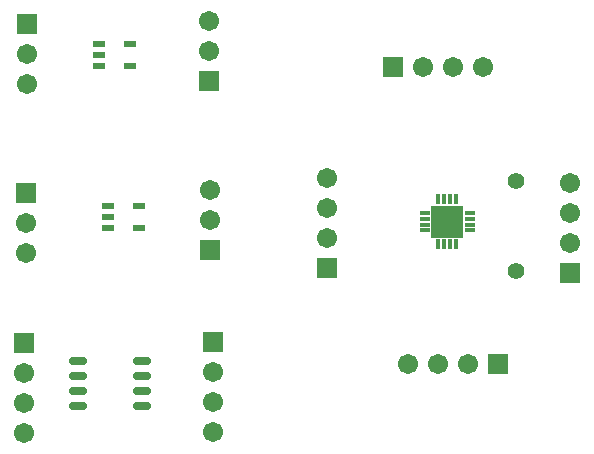
<source format=gts>
G04*
G04 #@! TF.GenerationSoftware,Altium Limited,Altium Designer,20.0.9 (164)*
G04*
G04 Layer_Color=8388736*
%FSLAX25Y25*%
%MOIN*%
G70*
G01*
G75*
%ADD14R,0.04150X0.02200*%
%ADD16R,0.11000X0.11000*%
%ADD17R,0.03200X0.01800*%
%ADD18R,0.01800X0.03200*%
%ADD19O,0.06109X0.02762*%
%ADD20C,0.06706*%
%ADD21R,0.06706X0.06706*%
%ADD22C,0.05524*%
%ADD23R,0.06706X0.06706*%
D14*
X51225Y91740D02*
D03*
Y84260D02*
D03*
X40775D02*
D03*
Y88000D02*
D03*
Y91740D02*
D03*
X48225Y145740D02*
D03*
Y138260D02*
D03*
X37775D02*
D03*
Y142000D02*
D03*
Y145740D02*
D03*
D16*
X154000Y86500D02*
D03*
D17*
X146500Y83547D02*
D03*
Y85516D02*
D03*
Y87484D02*
D03*
Y89453D02*
D03*
X161500D02*
D03*
Y87484D02*
D03*
Y85516D02*
D03*
Y83547D02*
D03*
D18*
X151047Y94000D02*
D03*
X153016D02*
D03*
X154984D02*
D03*
X156953D02*
D03*
Y79000D02*
D03*
X154984D02*
D03*
X153016D02*
D03*
X151047D02*
D03*
D19*
X52228Y40000D02*
D03*
Y35000D02*
D03*
Y30000D02*
D03*
Y25000D02*
D03*
X30772D02*
D03*
Y30000D02*
D03*
Y35000D02*
D03*
Y40000D02*
D03*
D20*
X195000Y99500D02*
D03*
Y89500D02*
D03*
Y79500D02*
D03*
X141000Y39000D02*
D03*
X151000D02*
D03*
X161000D02*
D03*
X114000Y101000D02*
D03*
Y91000D02*
D03*
Y81000D02*
D03*
X166000Y138000D02*
D03*
X156000D02*
D03*
X146000D02*
D03*
X14000Y142500D02*
D03*
Y132500D02*
D03*
X74500Y143500D02*
D03*
Y153500D02*
D03*
X13000Y16000D02*
D03*
Y26000D02*
D03*
Y36000D02*
D03*
X13500Y86000D02*
D03*
Y76000D02*
D03*
X75000Y87000D02*
D03*
Y97000D02*
D03*
X76000Y16500D02*
D03*
Y26500D02*
D03*
Y36500D02*
D03*
D21*
X195000Y69500D02*
D03*
X114000Y71000D02*
D03*
X14000Y152500D02*
D03*
X74500Y133500D02*
D03*
X13000Y46000D02*
D03*
X13500Y96000D02*
D03*
X75000Y77000D02*
D03*
X76000Y46500D02*
D03*
D22*
X177000Y100000D02*
D03*
Y70000D02*
D03*
D23*
X171000Y39000D02*
D03*
X136000Y138000D02*
D03*
M02*

</source>
